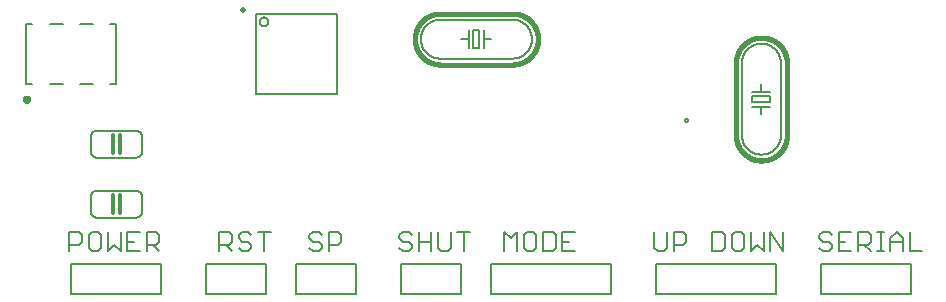
<source format=gto>
G75*
%MOIN*%
%OFA0B0*%
%FSLAX25Y25*%
%IPPOS*%
%LPD*%
%AMOC8*
5,1,8,0,0,1.08239X$1,22.5*
%
%ADD10C,0.00600*%
%ADD11C,0.00500*%
%ADD12C,0.01600*%
%ADD13C,0.02000*%
%ADD14C,0.01200*%
D10*
X0021600Y0022488D02*
X0021600Y0028894D01*
X0024803Y0028894D01*
X0025870Y0027826D01*
X0025870Y0025691D01*
X0024803Y0024623D01*
X0021600Y0024623D01*
X0028045Y0023556D02*
X0029113Y0022488D01*
X0031248Y0022488D01*
X0032316Y0023556D01*
X0032316Y0027826D01*
X0031248Y0028894D01*
X0029113Y0028894D01*
X0028045Y0027826D01*
X0028045Y0023556D01*
X0034491Y0022488D02*
X0034491Y0028894D01*
X0030800Y0033688D02*
X0043800Y0033688D01*
X0043887Y0033690D01*
X0043974Y0033696D01*
X0044061Y0033705D01*
X0044147Y0033718D01*
X0044233Y0033735D01*
X0044318Y0033756D01*
X0044401Y0033781D01*
X0044484Y0033809D01*
X0044565Y0033840D01*
X0044645Y0033875D01*
X0044723Y0033914D01*
X0044800Y0033956D01*
X0044875Y0034001D01*
X0044947Y0034050D01*
X0045018Y0034101D01*
X0045086Y0034156D01*
X0045151Y0034213D01*
X0045214Y0034274D01*
X0045275Y0034337D01*
X0045332Y0034402D01*
X0045387Y0034470D01*
X0045438Y0034541D01*
X0045487Y0034613D01*
X0045532Y0034688D01*
X0045574Y0034765D01*
X0045613Y0034843D01*
X0045648Y0034923D01*
X0045679Y0035004D01*
X0045707Y0035087D01*
X0045732Y0035170D01*
X0045753Y0035255D01*
X0045770Y0035341D01*
X0045783Y0035427D01*
X0045792Y0035514D01*
X0045798Y0035601D01*
X0045800Y0035688D01*
X0045800Y0040688D01*
X0045798Y0040775D01*
X0045792Y0040862D01*
X0045783Y0040949D01*
X0045770Y0041035D01*
X0045753Y0041121D01*
X0045732Y0041206D01*
X0045707Y0041289D01*
X0045679Y0041372D01*
X0045648Y0041453D01*
X0045613Y0041533D01*
X0045574Y0041611D01*
X0045532Y0041688D01*
X0045487Y0041763D01*
X0045438Y0041835D01*
X0045387Y0041906D01*
X0045332Y0041974D01*
X0045275Y0042039D01*
X0045214Y0042102D01*
X0045151Y0042163D01*
X0045086Y0042220D01*
X0045018Y0042275D01*
X0044947Y0042326D01*
X0044875Y0042375D01*
X0044800Y0042420D01*
X0044723Y0042462D01*
X0044645Y0042501D01*
X0044565Y0042536D01*
X0044484Y0042567D01*
X0044401Y0042595D01*
X0044318Y0042620D01*
X0044233Y0042641D01*
X0044147Y0042658D01*
X0044061Y0042671D01*
X0043974Y0042680D01*
X0043887Y0042686D01*
X0043800Y0042688D01*
X0030800Y0042688D01*
X0030713Y0042686D01*
X0030626Y0042680D01*
X0030539Y0042671D01*
X0030453Y0042658D01*
X0030367Y0042641D01*
X0030282Y0042620D01*
X0030199Y0042595D01*
X0030116Y0042567D01*
X0030035Y0042536D01*
X0029955Y0042501D01*
X0029877Y0042462D01*
X0029800Y0042420D01*
X0029725Y0042375D01*
X0029653Y0042326D01*
X0029582Y0042275D01*
X0029514Y0042220D01*
X0029449Y0042163D01*
X0029386Y0042102D01*
X0029325Y0042039D01*
X0029268Y0041974D01*
X0029213Y0041906D01*
X0029162Y0041835D01*
X0029113Y0041763D01*
X0029068Y0041688D01*
X0029026Y0041611D01*
X0028987Y0041533D01*
X0028952Y0041453D01*
X0028921Y0041372D01*
X0028893Y0041289D01*
X0028868Y0041206D01*
X0028847Y0041121D01*
X0028830Y0041035D01*
X0028817Y0040949D01*
X0028808Y0040862D01*
X0028802Y0040775D01*
X0028800Y0040688D01*
X0028800Y0035688D01*
X0028802Y0035601D01*
X0028808Y0035514D01*
X0028817Y0035427D01*
X0028830Y0035341D01*
X0028847Y0035255D01*
X0028868Y0035170D01*
X0028893Y0035087D01*
X0028921Y0035004D01*
X0028952Y0034923D01*
X0028987Y0034843D01*
X0029026Y0034765D01*
X0029068Y0034688D01*
X0029113Y0034613D01*
X0029162Y0034541D01*
X0029213Y0034470D01*
X0029268Y0034402D01*
X0029325Y0034337D01*
X0029386Y0034274D01*
X0029449Y0034213D01*
X0029514Y0034156D01*
X0029582Y0034101D01*
X0029653Y0034050D01*
X0029725Y0034001D01*
X0029800Y0033956D01*
X0029877Y0033914D01*
X0029955Y0033875D01*
X0030035Y0033840D01*
X0030116Y0033809D01*
X0030199Y0033781D01*
X0030282Y0033756D01*
X0030367Y0033735D01*
X0030453Y0033718D01*
X0030539Y0033705D01*
X0030626Y0033696D01*
X0030713Y0033690D01*
X0030800Y0033688D01*
X0038761Y0028894D02*
X0038761Y0022488D01*
X0036626Y0024623D01*
X0034491Y0022488D01*
X0040936Y0022488D02*
X0040936Y0028894D01*
X0045207Y0028894D01*
X0047382Y0028894D02*
X0050585Y0028894D01*
X0051652Y0027826D01*
X0051652Y0025691D01*
X0050585Y0024623D01*
X0047382Y0024623D01*
X0047382Y0022488D02*
X0047382Y0028894D01*
X0043072Y0025691D02*
X0040936Y0025691D01*
X0040936Y0022488D02*
X0045207Y0022488D01*
X0049517Y0024623D02*
X0051652Y0022488D01*
X0071600Y0022488D02*
X0071600Y0028894D01*
X0074803Y0028894D01*
X0075870Y0027826D01*
X0075870Y0025691D01*
X0074803Y0024623D01*
X0071600Y0024623D01*
X0073735Y0024623D02*
X0075870Y0022488D01*
X0078045Y0023556D02*
X0079113Y0022488D01*
X0081248Y0022488D01*
X0082316Y0023556D01*
X0082316Y0024623D01*
X0081248Y0025691D01*
X0079113Y0025691D01*
X0078045Y0026759D01*
X0078045Y0027826D01*
X0079113Y0028894D01*
X0081248Y0028894D01*
X0082316Y0027826D01*
X0084491Y0028894D02*
X0088761Y0028894D01*
X0086626Y0028894D02*
X0086626Y0022488D01*
X0101600Y0023556D02*
X0102668Y0022488D01*
X0104803Y0022488D01*
X0105870Y0023556D01*
X0105870Y0024623D01*
X0104803Y0025691D01*
X0102668Y0025691D01*
X0101600Y0026759D01*
X0101600Y0027826D01*
X0102668Y0028894D01*
X0104803Y0028894D01*
X0105870Y0027826D01*
X0108045Y0028894D02*
X0108045Y0022488D01*
X0108045Y0024623D02*
X0111248Y0024623D01*
X0112316Y0025691D01*
X0112316Y0027826D01*
X0111248Y0028894D01*
X0108045Y0028894D01*
X0131600Y0027826D02*
X0131600Y0026759D01*
X0132668Y0025691D01*
X0134803Y0025691D01*
X0135870Y0024623D01*
X0135870Y0023556D01*
X0134803Y0022488D01*
X0132668Y0022488D01*
X0131600Y0023556D01*
X0131600Y0027826D02*
X0132668Y0028894D01*
X0134803Y0028894D01*
X0135870Y0027826D01*
X0138045Y0028894D02*
X0138045Y0022488D01*
X0138045Y0025691D02*
X0142316Y0025691D01*
X0144491Y0023556D02*
X0145559Y0022488D01*
X0147694Y0022488D01*
X0148761Y0023556D01*
X0148761Y0028894D01*
X0150936Y0028894D02*
X0155207Y0028894D01*
X0153072Y0028894D02*
X0153072Y0022488D01*
X0144491Y0023556D02*
X0144491Y0028894D01*
X0142316Y0028894D02*
X0142316Y0022488D01*
X0166600Y0022488D02*
X0166600Y0028894D01*
X0168735Y0026759D01*
X0170870Y0028894D01*
X0170870Y0022488D01*
X0173045Y0023556D02*
X0173045Y0027826D01*
X0174113Y0028894D01*
X0176248Y0028894D01*
X0177316Y0027826D01*
X0177316Y0023556D01*
X0176248Y0022488D01*
X0174113Y0022488D01*
X0173045Y0023556D01*
X0179491Y0022488D02*
X0179491Y0028894D01*
X0182694Y0028894D01*
X0183761Y0027826D01*
X0183761Y0023556D01*
X0182694Y0022488D01*
X0179491Y0022488D01*
X0185936Y0022488D02*
X0185936Y0028894D01*
X0190207Y0028894D01*
X0188072Y0025691D02*
X0185936Y0025691D01*
X0185936Y0022488D02*
X0190207Y0022488D01*
X0216600Y0023556D02*
X0217668Y0022488D01*
X0219803Y0022488D01*
X0220870Y0023556D01*
X0220870Y0028894D01*
X0223045Y0028894D02*
X0226248Y0028894D01*
X0227316Y0027826D01*
X0227316Y0025691D01*
X0226248Y0024623D01*
X0223045Y0024623D01*
X0223045Y0022488D02*
X0223045Y0028894D01*
X0216600Y0028894D02*
X0216600Y0023556D01*
X0235936Y0022488D02*
X0239139Y0022488D01*
X0240207Y0023556D01*
X0240207Y0027826D01*
X0239139Y0028894D01*
X0235936Y0028894D01*
X0235936Y0022488D01*
X0242382Y0023556D02*
X0243450Y0022488D01*
X0245585Y0022488D01*
X0246652Y0023556D01*
X0246652Y0027826D01*
X0245585Y0028894D01*
X0243450Y0028894D01*
X0242382Y0027826D01*
X0242382Y0023556D01*
X0248827Y0022488D02*
X0248827Y0028894D01*
X0253098Y0028894D02*
X0253098Y0022488D01*
X0250963Y0024623D01*
X0248827Y0022488D01*
X0255273Y0022488D02*
X0255273Y0028894D01*
X0259543Y0022488D01*
X0259543Y0028894D01*
X0271600Y0027826D02*
X0271600Y0026759D01*
X0272668Y0025691D01*
X0274803Y0025691D01*
X0275870Y0024623D01*
X0275870Y0023556D01*
X0274803Y0022488D01*
X0272668Y0022488D01*
X0271600Y0023556D01*
X0271600Y0027826D02*
X0272668Y0028894D01*
X0274803Y0028894D01*
X0275870Y0027826D01*
X0278045Y0028894D02*
X0278045Y0022488D01*
X0282316Y0022488D01*
X0284491Y0022488D02*
X0284491Y0028894D01*
X0287694Y0028894D01*
X0288761Y0027826D01*
X0288761Y0025691D01*
X0287694Y0024623D01*
X0284491Y0024623D01*
X0286626Y0024623D02*
X0288761Y0022488D01*
X0290936Y0022488D02*
X0293072Y0022488D01*
X0292004Y0022488D02*
X0292004Y0028894D01*
X0290936Y0028894D02*
X0293072Y0028894D01*
X0295233Y0026759D02*
X0297369Y0028894D01*
X0299504Y0026759D01*
X0299504Y0022488D01*
X0301679Y0022488D02*
X0305949Y0022488D01*
X0301679Y0022488D02*
X0301679Y0028894D01*
X0299504Y0025691D02*
X0295233Y0025691D01*
X0295233Y0026759D02*
X0295233Y0022488D01*
X0282316Y0028894D02*
X0278045Y0028894D01*
X0278045Y0025691D02*
X0280181Y0025691D01*
X0258800Y0061188D02*
X0258800Y0085188D01*
X0258798Y0085348D01*
X0258792Y0085507D01*
X0258782Y0085666D01*
X0258769Y0085825D01*
X0258751Y0085984D01*
X0258730Y0086142D01*
X0258704Y0086299D01*
X0258675Y0086456D01*
X0258642Y0086612D01*
X0258605Y0086767D01*
X0258565Y0086922D01*
X0258520Y0087075D01*
X0258472Y0087227D01*
X0258420Y0087378D01*
X0258364Y0087527D01*
X0258305Y0087675D01*
X0258242Y0087822D01*
X0258176Y0087967D01*
X0258106Y0088110D01*
X0258032Y0088252D01*
X0257956Y0088392D01*
X0257875Y0088530D01*
X0257792Y0088665D01*
X0257705Y0088799D01*
X0257614Y0088931D01*
X0257521Y0089060D01*
X0257424Y0089187D01*
X0257325Y0089312D01*
X0257222Y0089434D01*
X0257116Y0089553D01*
X0257008Y0089670D01*
X0256896Y0089784D01*
X0256782Y0089896D01*
X0256665Y0090004D01*
X0256546Y0090110D01*
X0256424Y0090213D01*
X0256299Y0090312D01*
X0256172Y0090409D01*
X0256043Y0090502D01*
X0255911Y0090593D01*
X0255777Y0090680D01*
X0255642Y0090763D01*
X0255504Y0090844D01*
X0255364Y0090920D01*
X0255222Y0090994D01*
X0255079Y0091064D01*
X0254934Y0091130D01*
X0254787Y0091193D01*
X0254639Y0091252D01*
X0254490Y0091308D01*
X0254339Y0091360D01*
X0254187Y0091408D01*
X0254034Y0091453D01*
X0253879Y0091493D01*
X0253724Y0091530D01*
X0253568Y0091563D01*
X0253411Y0091592D01*
X0253254Y0091618D01*
X0253096Y0091639D01*
X0252937Y0091657D01*
X0252778Y0091670D01*
X0252619Y0091680D01*
X0252460Y0091686D01*
X0252300Y0091688D01*
X0252140Y0091686D01*
X0251981Y0091680D01*
X0251822Y0091670D01*
X0251663Y0091657D01*
X0251504Y0091639D01*
X0251346Y0091618D01*
X0251189Y0091592D01*
X0251032Y0091563D01*
X0250876Y0091530D01*
X0250721Y0091493D01*
X0250566Y0091453D01*
X0250413Y0091408D01*
X0250261Y0091360D01*
X0250110Y0091308D01*
X0249961Y0091252D01*
X0249813Y0091193D01*
X0249666Y0091130D01*
X0249521Y0091064D01*
X0249378Y0090994D01*
X0249236Y0090920D01*
X0249096Y0090844D01*
X0248958Y0090763D01*
X0248823Y0090680D01*
X0248689Y0090593D01*
X0248557Y0090502D01*
X0248428Y0090409D01*
X0248301Y0090312D01*
X0248176Y0090213D01*
X0248054Y0090110D01*
X0247935Y0090004D01*
X0247818Y0089896D01*
X0247704Y0089784D01*
X0247592Y0089670D01*
X0247484Y0089553D01*
X0247378Y0089434D01*
X0247275Y0089312D01*
X0247176Y0089187D01*
X0247079Y0089060D01*
X0246986Y0088931D01*
X0246895Y0088799D01*
X0246808Y0088665D01*
X0246725Y0088530D01*
X0246644Y0088392D01*
X0246568Y0088252D01*
X0246494Y0088110D01*
X0246424Y0087967D01*
X0246358Y0087822D01*
X0246295Y0087675D01*
X0246236Y0087527D01*
X0246180Y0087378D01*
X0246128Y0087227D01*
X0246080Y0087075D01*
X0246035Y0086922D01*
X0245995Y0086767D01*
X0245958Y0086612D01*
X0245925Y0086456D01*
X0245896Y0086299D01*
X0245870Y0086142D01*
X0245849Y0085984D01*
X0245831Y0085825D01*
X0245818Y0085666D01*
X0245808Y0085507D01*
X0245802Y0085348D01*
X0245800Y0085188D01*
X0245800Y0061188D01*
X0245802Y0061028D01*
X0245808Y0060869D01*
X0245818Y0060710D01*
X0245831Y0060551D01*
X0245849Y0060392D01*
X0245870Y0060234D01*
X0245896Y0060077D01*
X0245925Y0059920D01*
X0245958Y0059764D01*
X0245995Y0059609D01*
X0246035Y0059454D01*
X0246080Y0059301D01*
X0246128Y0059149D01*
X0246180Y0058998D01*
X0246236Y0058849D01*
X0246295Y0058701D01*
X0246358Y0058554D01*
X0246424Y0058409D01*
X0246494Y0058266D01*
X0246568Y0058124D01*
X0246644Y0057984D01*
X0246725Y0057846D01*
X0246808Y0057711D01*
X0246895Y0057577D01*
X0246986Y0057445D01*
X0247079Y0057316D01*
X0247176Y0057189D01*
X0247275Y0057064D01*
X0247378Y0056942D01*
X0247484Y0056823D01*
X0247592Y0056706D01*
X0247704Y0056592D01*
X0247818Y0056480D01*
X0247935Y0056372D01*
X0248054Y0056266D01*
X0248176Y0056163D01*
X0248301Y0056064D01*
X0248428Y0055967D01*
X0248557Y0055874D01*
X0248689Y0055783D01*
X0248823Y0055696D01*
X0248958Y0055613D01*
X0249096Y0055532D01*
X0249236Y0055456D01*
X0249378Y0055382D01*
X0249521Y0055312D01*
X0249666Y0055246D01*
X0249813Y0055183D01*
X0249961Y0055124D01*
X0250110Y0055068D01*
X0250261Y0055016D01*
X0250413Y0054968D01*
X0250566Y0054923D01*
X0250721Y0054883D01*
X0250876Y0054846D01*
X0251032Y0054813D01*
X0251189Y0054784D01*
X0251346Y0054758D01*
X0251504Y0054737D01*
X0251663Y0054719D01*
X0251822Y0054706D01*
X0251981Y0054696D01*
X0252140Y0054690D01*
X0252300Y0054688D01*
X0252460Y0054690D01*
X0252619Y0054696D01*
X0252778Y0054706D01*
X0252937Y0054719D01*
X0253096Y0054737D01*
X0253254Y0054758D01*
X0253411Y0054784D01*
X0253568Y0054813D01*
X0253724Y0054846D01*
X0253879Y0054883D01*
X0254034Y0054923D01*
X0254187Y0054968D01*
X0254339Y0055016D01*
X0254490Y0055068D01*
X0254639Y0055124D01*
X0254787Y0055183D01*
X0254934Y0055246D01*
X0255079Y0055312D01*
X0255222Y0055382D01*
X0255364Y0055456D01*
X0255504Y0055532D01*
X0255642Y0055613D01*
X0255777Y0055696D01*
X0255911Y0055783D01*
X0256043Y0055874D01*
X0256172Y0055967D01*
X0256299Y0056064D01*
X0256424Y0056163D01*
X0256546Y0056266D01*
X0256665Y0056372D01*
X0256782Y0056480D01*
X0256896Y0056592D01*
X0257008Y0056706D01*
X0257116Y0056823D01*
X0257222Y0056942D01*
X0257325Y0057064D01*
X0257424Y0057189D01*
X0257521Y0057316D01*
X0257614Y0057445D01*
X0257705Y0057577D01*
X0257792Y0057711D01*
X0257875Y0057846D01*
X0257956Y0057984D01*
X0258032Y0058124D01*
X0258106Y0058266D01*
X0258176Y0058409D01*
X0258242Y0058554D01*
X0258305Y0058701D01*
X0258364Y0058849D01*
X0258420Y0058998D01*
X0258472Y0059149D01*
X0258520Y0059301D01*
X0258565Y0059454D01*
X0258605Y0059609D01*
X0258642Y0059764D01*
X0258675Y0059920D01*
X0258704Y0060077D01*
X0258730Y0060234D01*
X0258751Y0060392D01*
X0258769Y0060551D01*
X0258782Y0060710D01*
X0258792Y0060869D01*
X0258798Y0061028D01*
X0258800Y0061188D01*
X0252300Y0068188D02*
X0252300Y0070688D01*
X0249300Y0070688D01*
X0249300Y0072188D02*
X0249300Y0074188D01*
X0255300Y0074188D01*
X0255300Y0072188D01*
X0249300Y0072188D01*
X0252300Y0070688D02*
X0255300Y0070688D01*
X0255300Y0075688D02*
X0252300Y0075688D01*
X0252300Y0078188D01*
X0252300Y0075688D02*
X0249300Y0075688D01*
X0169300Y0086688D02*
X0145300Y0086688D01*
X0145140Y0086690D01*
X0144981Y0086696D01*
X0144822Y0086706D01*
X0144663Y0086719D01*
X0144504Y0086737D01*
X0144346Y0086758D01*
X0144189Y0086784D01*
X0144032Y0086813D01*
X0143876Y0086846D01*
X0143721Y0086883D01*
X0143566Y0086923D01*
X0143413Y0086968D01*
X0143261Y0087016D01*
X0143110Y0087068D01*
X0142961Y0087124D01*
X0142813Y0087183D01*
X0142666Y0087246D01*
X0142521Y0087312D01*
X0142378Y0087382D01*
X0142236Y0087456D01*
X0142096Y0087532D01*
X0141958Y0087613D01*
X0141823Y0087696D01*
X0141689Y0087783D01*
X0141557Y0087874D01*
X0141428Y0087967D01*
X0141301Y0088064D01*
X0141176Y0088163D01*
X0141054Y0088266D01*
X0140935Y0088372D01*
X0140818Y0088480D01*
X0140704Y0088592D01*
X0140592Y0088706D01*
X0140484Y0088823D01*
X0140378Y0088942D01*
X0140275Y0089064D01*
X0140176Y0089189D01*
X0140079Y0089316D01*
X0139986Y0089445D01*
X0139895Y0089577D01*
X0139808Y0089711D01*
X0139725Y0089846D01*
X0139644Y0089984D01*
X0139568Y0090124D01*
X0139494Y0090266D01*
X0139424Y0090409D01*
X0139358Y0090554D01*
X0139295Y0090701D01*
X0139236Y0090849D01*
X0139180Y0090998D01*
X0139128Y0091149D01*
X0139080Y0091301D01*
X0139035Y0091454D01*
X0138995Y0091609D01*
X0138958Y0091764D01*
X0138925Y0091920D01*
X0138896Y0092077D01*
X0138870Y0092234D01*
X0138849Y0092392D01*
X0138831Y0092551D01*
X0138818Y0092710D01*
X0138808Y0092869D01*
X0138802Y0093028D01*
X0138800Y0093188D01*
X0138802Y0093348D01*
X0138808Y0093507D01*
X0138818Y0093666D01*
X0138831Y0093825D01*
X0138849Y0093984D01*
X0138870Y0094142D01*
X0138896Y0094299D01*
X0138925Y0094456D01*
X0138958Y0094612D01*
X0138995Y0094767D01*
X0139035Y0094922D01*
X0139080Y0095075D01*
X0139128Y0095227D01*
X0139180Y0095378D01*
X0139236Y0095527D01*
X0139295Y0095675D01*
X0139358Y0095822D01*
X0139424Y0095967D01*
X0139494Y0096110D01*
X0139568Y0096252D01*
X0139644Y0096392D01*
X0139725Y0096530D01*
X0139808Y0096665D01*
X0139895Y0096799D01*
X0139986Y0096931D01*
X0140079Y0097060D01*
X0140176Y0097187D01*
X0140275Y0097312D01*
X0140378Y0097434D01*
X0140484Y0097553D01*
X0140592Y0097670D01*
X0140704Y0097784D01*
X0140818Y0097896D01*
X0140935Y0098004D01*
X0141054Y0098110D01*
X0141176Y0098213D01*
X0141301Y0098312D01*
X0141428Y0098409D01*
X0141557Y0098502D01*
X0141689Y0098593D01*
X0141823Y0098680D01*
X0141958Y0098763D01*
X0142096Y0098844D01*
X0142236Y0098920D01*
X0142378Y0098994D01*
X0142521Y0099064D01*
X0142666Y0099130D01*
X0142813Y0099193D01*
X0142961Y0099252D01*
X0143110Y0099308D01*
X0143261Y0099360D01*
X0143413Y0099408D01*
X0143566Y0099453D01*
X0143721Y0099493D01*
X0143876Y0099530D01*
X0144032Y0099563D01*
X0144189Y0099592D01*
X0144346Y0099618D01*
X0144504Y0099639D01*
X0144663Y0099657D01*
X0144822Y0099670D01*
X0144981Y0099680D01*
X0145140Y0099686D01*
X0145300Y0099688D01*
X0169300Y0099688D01*
X0169460Y0099686D01*
X0169619Y0099680D01*
X0169778Y0099670D01*
X0169937Y0099657D01*
X0170096Y0099639D01*
X0170254Y0099618D01*
X0170411Y0099592D01*
X0170568Y0099563D01*
X0170724Y0099530D01*
X0170879Y0099493D01*
X0171034Y0099453D01*
X0171187Y0099408D01*
X0171339Y0099360D01*
X0171490Y0099308D01*
X0171639Y0099252D01*
X0171787Y0099193D01*
X0171934Y0099130D01*
X0172079Y0099064D01*
X0172222Y0098994D01*
X0172364Y0098920D01*
X0172504Y0098844D01*
X0172642Y0098763D01*
X0172777Y0098680D01*
X0172911Y0098593D01*
X0173043Y0098502D01*
X0173172Y0098409D01*
X0173299Y0098312D01*
X0173424Y0098213D01*
X0173546Y0098110D01*
X0173665Y0098004D01*
X0173782Y0097896D01*
X0173896Y0097784D01*
X0174008Y0097670D01*
X0174116Y0097553D01*
X0174222Y0097434D01*
X0174325Y0097312D01*
X0174424Y0097187D01*
X0174521Y0097060D01*
X0174614Y0096931D01*
X0174705Y0096799D01*
X0174792Y0096665D01*
X0174875Y0096530D01*
X0174956Y0096392D01*
X0175032Y0096252D01*
X0175106Y0096110D01*
X0175176Y0095967D01*
X0175242Y0095822D01*
X0175305Y0095675D01*
X0175364Y0095527D01*
X0175420Y0095378D01*
X0175472Y0095227D01*
X0175520Y0095075D01*
X0175565Y0094922D01*
X0175605Y0094767D01*
X0175642Y0094612D01*
X0175675Y0094456D01*
X0175704Y0094299D01*
X0175730Y0094142D01*
X0175751Y0093984D01*
X0175769Y0093825D01*
X0175782Y0093666D01*
X0175792Y0093507D01*
X0175798Y0093348D01*
X0175800Y0093188D01*
X0175798Y0093028D01*
X0175792Y0092869D01*
X0175782Y0092710D01*
X0175769Y0092551D01*
X0175751Y0092392D01*
X0175730Y0092234D01*
X0175704Y0092077D01*
X0175675Y0091920D01*
X0175642Y0091764D01*
X0175605Y0091609D01*
X0175565Y0091454D01*
X0175520Y0091301D01*
X0175472Y0091149D01*
X0175420Y0090998D01*
X0175364Y0090849D01*
X0175305Y0090701D01*
X0175242Y0090554D01*
X0175176Y0090409D01*
X0175106Y0090266D01*
X0175032Y0090124D01*
X0174956Y0089984D01*
X0174875Y0089846D01*
X0174792Y0089711D01*
X0174705Y0089577D01*
X0174614Y0089445D01*
X0174521Y0089316D01*
X0174424Y0089189D01*
X0174325Y0089064D01*
X0174222Y0088942D01*
X0174116Y0088823D01*
X0174008Y0088706D01*
X0173896Y0088592D01*
X0173782Y0088480D01*
X0173665Y0088372D01*
X0173546Y0088266D01*
X0173424Y0088163D01*
X0173299Y0088064D01*
X0173172Y0087967D01*
X0173043Y0087874D01*
X0172911Y0087783D01*
X0172777Y0087696D01*
X0172642Y0087613D01*
X0172504Y0087532D01*
X0172364Y0087456D01*
X0172222Y0087382D01*
X0172079Y0087312D01*
X0171934Y0087246D01*
X0171787Y0087183D01*
X0171639Y0087124D01*
X0171490Y0087068D01*
X0171339Y0087016D01*
X0171187Y0086968D01*
X0171034Y0086923D01*
X0170879Y0086883D01*
X0170724Y0086846D01*
X0170568Y0086813D01*
X0170411Y0086784D01*
X0170254Y0086758D01*
X0170096Y0086737D01*
X0169937Y0086719D01*
X0169778Y0086706D01*
X0169619Y0086696D01*
X0169460Y0086690D01*
X0169300Y0086688D01*
X0162300Y0093188D02*
X0159800Y0093188D01*
X0159800Y0096188D01*
X0158300Y0096188D02*
X0158300Y0090188D01*
X0156300Y0090188D01*
X0156300Y0096188D01*
X0158300Y0096188D01*
X0159800Y0093188D02*
X0159800Y0090188D01*
X0154800Y0090188D02*
X0154800Y0093188D01*
X0152300Y0093188D01*
X0154800Y0093188D02*
X0154800Y0096188D01*
X0110686Y0101574D02*
X0110686Y0074802D01*
X0083914Y0074802D01*
X0083914Y0101574D01*
X0110686Y0101574D01*
X0085086Y0098988D02*
X0085088Y0099063D01*
X0085094Y0099137D01*
X0085104Y0099211D01*
X0085117Y0099284D01*
X0085135Y0099357D01*
X0085156Y0099428D01*
X0085181Y0099499D01*
X0085210Y0099568D01*
X0085243Y0099635D01*
X0085279Y0099700D01*
X0085318Y0099764D01*
X0085360Y0099825D01*
X0085406Y0099884D01*
X0085455Y0099941D01*
X0085507Y0099994D01*
X0085561Y0100045D01*
X0085618Y0100094D01*
X0085678Y0100138D01*
X0085740Y0100180D01*
X0085804Y0100219D01*
X0085870Y0100254D01*
X0085937Y0100285D01*
X0086007Y0100313D01*
X0086077Y0100337D01*
X0086149Y0100358D01*
X0086222Y0100374D01*
X0086295Y0100387D01*
X0086370Y0100396D01*
X0086444Y0100401D01*
X0086519Y0100402D01*
X0086593Y0100399D01*
X0086668Y0100392D01*
X0086741Y0100381D01*
X0086815Y0100367D01*
X0086887Y0100348D01*
X0086958Y0100326D01*
X0087028Y0100300D01*
X0087097Y0100270D01*
X0087163Y0100237D01*
X0087228Y0100200D01*
X0087291Y0100160D01*
X0087352Y0100116D01*
X0087410Y0100070D01*
X0087466Y0100020D01*
X0087519Y0099968D01*
X0087570Y0099913D01*
X0087617Y0099855D01*
X0087661Y0099795D01*
X0087702Y0099732D01*
X0087740Y0099668D01*
X0087774Y0099602D01*
X0087805Y0099533D01*
X0087832Y0099464D01*
X0087855Y0099393D01*
X0087874Y0099321D01*
X0087890Y0099248D01*
X0087902Y0099174D01*
X0087910Y0099100D01*
X0087914Y0099025D01*
X0087914Y0098951D01*
X0087910Y0098876D01*
X0087902Y0098802D01*
X0087890Y0098728D01*
X0087874Y0098655D01*
X0087855Y0098583D01*
X0087832Y0098512D01*
X0087805Y0098443D01*
X0087774Y0098374D01*
X0087740Y0098308D01*
X0087702Y0098244D01*
X0087661Y0098181D01*
X0087617Y0098121D01*
X0087570Y0098063D01*
X0087519Y0098008D01*
X0087466Y0097956D01*
X0087410Y0097906D01*
X0087352Y0097860D01*
X0087291Y0097816D01*
X0087228Y0097776D01*
X0087163Y0097739D01*
X0087097Y0097706D01*
X0087028Y0097676D01*
X0086958Y0097650D01*
X0086887Y0097628D01*
X0086815Y0097609D01*
X0086741Y0097595D01*
X0086668Y0097584D01*
X0086593Y0097577D01*
X0086519Y0097574D01*
X0086444Y0097575D01*
X0086370Y0097580D01*
X0086295Y0097589D01*
X0086222Y0097602D01*
X0086149Y0097618D01*
X0086077Y0097639D01*
X0086007Y0097663D01*
X0085937Y0097691D01*
X0085870Y0097722D01*
X0085804Y0097757D01*
X0085740Y0097796D01*
X0085678Y0097838D01*
X0085618Y0097882D01*
X0085561Y0097931D01*
X0085507Y0097982D01*
X0085455Y0098035D01*
X0085406Y0098092D01*
X0085360Y0098151D01*
X0085318Y0098212D01*
X0085279Y0098276D01*
X0085243Y0098341D01*
X0085210Y0098408D01*
X0085181Y0098477D01*
X0085156Y0098548D01*
X0085135Y0098619D01*
X0085117Y0098692D01*
X0085104Y0098765D01*
X0085094Y0098839D01*
X0085088Y0098913D01*
X0085086Y0098988D01*
X0045800Y0060688D02*
X0045800Y0055688D01*
X0045798Y0055601D01*
X0045792Y0055514D01*
X0045783Y0055427D01*
X0045770Y0055341D01*
X0045753Y0055255D01*
X0045732Y0055170D01*
X0045707Y0055087D01*
X0045679Y0055004D01*
X0045648Y0054923D01*
X0045613Y0054843D01*
X0045574Y0054765D01*
X0045532Y0054688D01*
X0045487Y0054613D01*
X0045438Y0054541D01*
X0045387Y0054470D01*
X0045332Y0054402D01*
X0045275Y0054337D01*
X0045214Y0054274D01*
X0045151Y0054213D01*
X0045086Y0054156D01*
X0045018Y0054101D01*
X0044947Y0054050D01*
X0044875Y0054001D01*
X0044800Y0053956D01*
X0044723Y0053914D01*
X0044645Y0053875D01*
X0044565Y0053840D01*
X0044484Y0053809D01*
X0044401Y0053781D01*
X0044318Y0053756D01*
X0044233Y0053735D01*
X0044147Y0053718D01*
X0044061Y0053705D01*
X0043974Y0053696D01*
X0043887Y0053690D01*
X0043800Y0053688D01*
X0030800Y0053688D01*
X0030713Y0053690D01*
X0030626Y0053696D01*
X0030539Y0053705D01*
X0030453Y0053718D01*
X0030367Y0053735D01*
X0030282Y0053756D01*
X0030199Y0053781D01*
X0030116Y0053809D01*
X0030035Y0053840D01*
X0029955Y0053875D01*
X0029877Y0053914D01*
X0029800Y0053956D01*
X0029725Y0054001D01*
X0029653Y0054050D01*
X0029582Y0054101D01*
X0029514Y0054156D01*
X0029449Y0054213D01*
X0029386Y0054274D01*
X0029325Y0054337D01*
X0029268Y0054402D01*
X0029213Y0054470D01*
X0029162Y0054541D01*
X0029113Y0054613D01*
X0029068Y0054688D01*
X0029026Y0054765D01*
X0028987Y0054843D01*
X0028952Y0054923D01*
X0028921Y0055004D01*
X0028893Y0055087D01*
X0028868Y0055170D01*
X0028847Y0055255D01*
X0028830Y0055341D01*
X0028817Y0055427D01*
X0028808Y0055514D01*
X0028802Y0055601D01*
X0028800Y0055688D01*
X0028800Y0060688D01*
X0028802Y0060775D01*
X0028808Y0060862D01*
X0028817Y0060949D01*
X0028830Y0061035D01*
X0028847Y0061121D01*
X0028868Y0061206D01*
X0028893Y0061289D01*
X0028921Y0061372D01*
X0028952Y0061453D01*
X0028987Y0061533D01*
X0029026Y0061611D01*
X0029068Y0061688D01*
X0029113Y0061763D01*
X0029162Y0061835D01*
X0029213Y0061906D01*
X0029268Y0061974D01*
X0029325Y0062039D01*
X0029386Y0062102D01*
X0029449Y0062163D01*
X0029514Y0062220D01*
X0029582Y0062275D01*
X0029653Y0062326D01*
X0029725Y0062375D01*
X0029800Y0062420D01*
X0029877Y0062462D01*
X0029955Y0062501D01*
X0030035Y0062536D01*
X0030116Y0062567D01*
X0030199Y0062595D01*
X0030282Y0062620D01*
X0030367Y0062641D01*
X0030453Y0062658D01*
X0030539Y0062671D01*
X0030626Y0062680D01*
X0030713Y0062686D01*
X0030800Y0062688D01*
X0043800Y0062688D01*
X0043887Y0062686D01*
X0043974Y0062680D01*
X0044061Y0062671D01*
X0044147Y0062658D01*
X0044233Y0062641D01*
X0044318Y0062620D01*
X0044401Y0062595D01*
X0044484Y0062567D01*
X0044565Y0062536D01*
X0044645Y0062501D01*
X0044723Y0062462D01*
X0044800Y0062420D01*
X0044875Y0062375D01*
X0044947Y0062326D01*
X0045018Y0062275D01*
X0045086Y0062220D01*
X0045151Y0062163D01*
X0045214Y0062102D01*
X0045275Y0062039D01*
X0045332Y0061974D01*
X0045387Y0061906D01*
X0045438Y0061835D01*
X0045487Y0061763D01*
X0045532Y0061688D01*
X0045574Y0061611D01*
X0045613Y0061533D01*
X0045648Y0061453D01*
X0045679Y0061372D01*
X0045707Y0061289D01*
X0045732Y0061206D01*
X0045753Y0061121D01*
X0045770Y0061035D01*
X0045783Y0060949D01*
X0045792Y0060862D01*
X0045798Y0060775D01*
X0045800Y0060688D01*
D11*
X0037300Y0078188D02*
X0035174Y0078188D01*
X0037300Y0078188D02*
X0037300Y0098188D01*
X0035174Y0098188D01*
X0029505Y0098188D02*
X0025095Y0098188D01*
X0019426Y0098188D02*
X0015056Y0098188D01*
X0009072Y0098188D02*
X0007300Y0098188D01*
X0007300Y0078188D01*
X0008993Y0078188D01*
X0015095Y0078188D02*
X0019505Y0078188D01*
X0025095Y0078188D02*
X0029544Y0078188D01*
X0022300Y0018188D02*
X0022300Y0008188D01*
X0052300Y0008188D01*
X0052300Y0018188D01*
X0022300Y0018188D01*
X0067300Y0018188D02*
X0067300Y0008188D01*
X0087300Y0008188D01*
X0087300Y0018188D01*
X0067300Y0018188D01*
X0097300Y0018188D02*
X0097300Y0008188D01*
X0117300Y0008188D01*
X0117300Y0018188D01*
X0097300Y0018188D01*
X0132300Y0018188D02*
X0132300Y0008188D01*
X0152300Y0008188D01*
X0152300Y0018188D01*
X0132300Y0018188D01*
X0162300Y0018188D02*
X0162300Y0008188D01*
X0202300Y0008188D01*
X0202300Y0018188D01*
X0162300Y0018188D01*
X0217300Y0018188D02*
X0217300Y0008188D01*
X0257300Y0008188D01*
X0257300Y0018188D01*
X0217300Y0018188D01*
X0226800Y0066188D02*
X0226802Y0066232D01*
X0226808Y0066276D01*
X0226818Y0066319D01*
X0226831Y0066361D01*
X0226848Y0066402D01*
X0226869Y0066441D01*
X0226893Y0066478D01*
X0226920Y0066513D01*
X0226950Y0066545D01*
X0226983Y0066575D01*
X0227019Y0066601D01*
X0227056Y0066625D01*
X0227096Y0066644D01*
X0227137Y0066661D01*
X0227180Y0066673D01*
X0227223Y0066682D01*
X0227267Y0066687D01*
X0227311Y0066688D01*
X0227355Y0066685D01*
X0227399Y0066678D01*
X0227442Y0066667D01*
X0227484Y0066653D01*
X0227524Y0066635D01*
X0227563Y0066613D01*
X0227599Y0066589D01*
X0227633Y0066561D01*
X0227665Y0066530D01*
X0227694Y0066496D01*
X0227720Y0066460D01*
X0227742Y0066422D01*
X0227761Y0066382D01*
X0227776Y0066340D01*
X0227788Y0066298D01*
X0227796Y0066254D01*
X0227800Y0066210D01*
X0227800Y0066166D01*
X0227796Y0066122D01*
X0227788Y0066078D01*
X0227776Y0066036D01*
X0227761Y0065994D01*
X0227742Y0065954D01*
X0227720Y0065916D01*
X0227694Y0065880D01*
X0227665Y0065846D01*
X0227633Y0065815D01*
X0227599Y0065787D01*
X0227563Y0065763D01*
X0227524Y0065741D01*
X0227484Y0065723D01*
X0227442Y0065709D01*
X0227399Y0065698D01*
X0227355Y0065691D01*
X0227311Y0065688D01*
X0227267Y0065689D01*
X0227223Y0065694D01*
X0227180Y0065703D01*
X0227137Y0065715D01*
X0227096Y0065732D01*
X0227056Y0065751D01*
X0227019Y0065775D01*
X0226983Y0065801D01*
X0226950Y0065831D01*
X0226920Y0065863D01*
X0226893Y0065898D01*
X0226869Y0065935D01*
X0226848Y0065974D01*
X0226831Y0066015D01*
X0226818Y0066057D01*
X0226808Y0066100D01*
X0226802Y0066144D01*
X0226800Y0066188D01*
X0272300Y0018188D02*
X0272300Y0008188D01*
X0302300Y0008188D01*
X0302300Y0018188D01*
X0272300Y0018188D01*
D12*
X0260800Y0061188D02*
X0260800Y0085188D01*
X0260797Y0085395D01*
X0260790Y0085602D01*
X0260777Y0085808D01*
X0260760Y0086015D01*
X0260737Y0086220D01*
X0260709Y0086426D01*
X0260677Y0086630D01*
X0260639Y0086834D01*
X0260597Y0087036D01*
X0260549Y0087238D01*
X0260497Y0087438D01*
X0260440Y0087637D01*
X0260378Y0087834D01*
X0260311Y0088030D01*
X0260239Y0088224D01*
X0260163Y0088417D01*
X0260082Y0088607D01*
X0259996Y0088796D01*
X0259906Y0088982D01*
X0259812Y0089166D01*
X0259712Y0089348D01*
X0259609Y0089527D01*
X0259501Y0089704D01*
X0259389Y0089878D01*
X0259273Y0090049D01*
X0259152Y0090218D01*
X0259028Y0090383D01*
X0258899Y0090545D01*
X0258767Y0090704D01*
X0258631Y0090860D01*
X0258491Y0091013D01*
X0258347Y0091162D01*
X0258200Y0091307D01*
X0258049Y0091449D01*
X0257895Y0091587D01*
X0257737Y0091722D01*
X0257577Y0091852D01*
X0257413Y0091978D01*
X0257246Y0092101D01*
X0257076Y0092219D01*
X0256903Y0092334D01*
X0256728Y0092444D01*
X0256550Y0092549D01*
X0256369Y0092651D01*
X0256187Y0092747D01*
X0256001Y0092840D01*
X0255814Y0092928D01*
X0255624Y0093011D01*
X0255433Y0093090D01*
X0255240Y0093164D01*
X0255044Y0093233D01*
X0254848Y0093297D01*
X0254650Y0093357D01*
X0254450Y0093412D01*
X0254249Y0093462D01*
X0254047Y0093507D01*
X0253844Y0093547D01*
X0253640Y0093582D01*
X0253435Y0093612D01*
X0253230Y0093637D01*
X0253024Y0093657D01*
X0252817Y0093672D01*
X0252610Y0093682D01*
X0252403Y0093687D01*
X0252197Y0093687D01*
X0251990Y0093682D01*
X0251783Y0093672D01*
X0251576Y0093657D01*
X0251370Y0093637D01*
X0251165Y0093612D01*
X0250960Y0093582D01*
X0250756Y0093547D01*
X0250553Y0093507D01*
X0250351Y0093462D01*
X0250150Y0093412D01*
X0249950Y0093357D01*
X0249752Y0093297D01*
X0249556Y0093233D01*
X0249360Y0093164D01*
X0249167Y0093090D01*
X0248976Y0093011D01*
X0248786Y0092928D01*
X0248599Y0092840D01*
X0248413Y0092747D01*
X0248231Y0092651D01*
X0248050Y0092549D01*
X0247872Y0092444D01*
X0247697Y0092334D01*
X0247524Y0092219D01*
X0247354Y0092101D01*
X0247187Y0091978D01*
X0247023Y0091852D01*
X0246863Y0091722D01*
X0246705Y0091587D01*
X0246551Y0091449D01*
X0246400Y0091307D01*
X0246253Y0091162D01*
X0246109Y0091013D01*
X0245969Y0090860D01*
X0245833Y0090704D01*
X0245701Y0090545D01*
X0245572Y0090383D01*
X0245448Y0090218D01*
X0245327Y0090049D01*
X0245211Y0089878D01*
X0245099Y0089704D01*
X0244991Y0089527D01*
X0244888Y0089348D01*
X0244788Y0089166D01*
X0244694Y0088982D01*
X0244604Y0088796D01*
X0244518Y0088607D01*
X0244437Y0088417D01*
X0244361Y0088224D01*
X0244289Y0088030D01*
X0244222Y0087834D01*
X0244160Y0087637D01*
X0244103Y0087438D01*
X0244051Y0087238D01*
X0244003Y0087036D01*
X0243961Y0086834D01*
X0243923Y0086630D01*
X0243891Y0086426D01*
X0243863Y0086220D01*
X0243840Y0086015D01*
X0243823Y0085808D01*
X0243810Y0085602D01*
X0243803Y0085395D01*
X0243800Y0085188D01*
X0243800Y0061188D01*
X0243803Y0060981D01*
X0243810Y0060774D01*
X0243823Y0060568D01*
X0243840Y0060361D01*
X0243863Y0060156D01*
X0243891Y0059950D01*
X0243923Y0059746D01*
X0243961Y0059542D01*
X0244003Y0059340D01*
X0244051Y0059138D01*
X0244103Y0058938D01*
X0244160Y0058739D01*
X0244222Y0058542D01*
X0244289Y0058346D01*
X0244361Y0058152D01*
X0244437Y0057959D01*
X0244518Y0057769D01*
X0244604Y0057580D01*
X0244694Y0057394D01*
X0244788Y0057210D01*
X0244888Y0057028D01*
X0244991Y0056849D01*
X0245099Y0056672D01*
X0245211Y0056498D01*
X0245327Y0056327D01*
X0245448Y0056158D01*
X0245572Y0055993D01*
X0245701Y0055831D01*
X0245833Y0055672D01*
X0245969Y0055516D01*
X0246109Y0055363D01*
X0246253Y0055214D01*
X0246400Y0055069D01*
X0246551Y0054927D01*
X0246705Y0054789D01*
X0246863Y0054654D01*
X0247023Y0054524D01*
X0247187Y0054398D01*
X0247354Y0054275D01*
X0247524Y0054157D01*
X0247697Y0054042D01*
X0247872Y0053932D01*
X0248050Y0053827D01*
X0248231Y0053725D01*
X0248413Y0053629D01*
X0248599Y0053536D01*
X0248786Y0053448D01*
X0248976Y0053365D01*
X0249167Y0053286D01*
X0249360Y0053212D01*
X0249556Y0053143D01*
X0249752Y0053079D01*
X0249950Y0053019D01*
X0250150Y0052964D01*
X0250351Y0052914D01*
X0250553Y0052869D01*
X0250756Y0052829D01*
X0250960Y0052794D01*
X0251165Y0052764D01*
X0251370Y0052739D01*
X0251576Y0052719D01*
X0251783Y0052704D01*
X0251990Y0052694D01*
X0252197Y0052689D01*
X0252403Y0052689D01*
X0252610Y0052694D01*
X0252817Y0052704D01*
X0253024Y0052719D01*
X0253230Y0052739D01*
X0253435Y0052764D01*
X0253640Y0052794D01*
X0253844Y0052829D01*
X0254047Y0052869D01*
X0254249Y0052914D01*
X0254450Y0052964D01*
X0254650Y0053019D01*
X0254848Y0053079D01*
X0255044Y0053143D01*
X0255240Y0053212D01*
X0255433Y0053286D01*
X0255624Y0053365D01*
X0255814Y0053448D01*
X0256001Y0053536D01*
X0256187Y0053629D01*
X0256369Y0053725D01*
X0256550Y0053827D01*
X0256728Y0053932D01*
X0256903Y0054042D01*
X0257076Y0054157D01*
X0257246Y0054275D01*
X0257413Y0054398D01*
X0257577Y0054524D01*
X0257737Y0054654D01*
X0257895Y0054789D01*
X0258049Y0054927D01*
X0258200Y0055069D01*
X0258347Y0055214D01*
X0258491Y0055363D01*
X0258631Y0055516D01*
X0258767Y0055672D01*
X0258899Y0055831D01*
X0259028Y0055993D01*
X0259152Y0056158D01*
X0259273Y0056327D01*
X0259389Y0056498D01*
X0259501Y0056672D01*
X0259609Y0056849D01*
X0259712Y0057028D01*
X0259812Y0057210D01*
X0259906Y0057394D01*
X0259996Y0057580D01*
X0260082Y0057769D01*
X0260163Y0057959D01*
X0260239Y0058152D01*
X0260311Y0058346D01*
X0260378Y0058542D01*
X0260440Y0058739D01*
X0260497Y0058938D01*
X0260549Y0059138D01*
X0260597Y0059340D01*
X0260639Y0059542D01*
X0260677Y0059746D01*
X0260709Y0059950D01*
X0260737Y0060156D01*
X0260760Y0060361D01*
X0260777Y0060568D01*
X0260790Y0060774D01*
X0260797Y0060981D01*
X0260800Y0061188D01*
X0169300Y0084688D02*
X0145300Y0084688D01*
X0145093Y0084691D01*
X0144886Y0084698D01*
X0144680Y0084711D01*
X0144473Y0084728D01*
X0144268Y0084751D01*
X0144062Y0084779D01*
X0143858Y0084811D01*
X0143654Y0084849D01*
X0143452Y0084891D01*
X0143250Y0084939D01*
X0143050Y0084991D01*
X0142851Y0085048D01*
X0142654Y0085110D01*
X0142458Y0085177D01*
X0142264Y0085249D01*
X0142071Y0085325D01*
X0141881Y0085406D01*
X0141692Y0085492D01*
X0141506Y0085582D01*
X0141322Y0085676D01*
X0141140Y0085776D01*
X0140961Y0085879D01*
X0140784Y0085987D01*
X0140610Y0086099D01*
X0140439Y0086215D01*
X0140270Y0086336D01*
X0140105Y0086460D01*
X0139943Y0086589D01*
X0139784Y0086721D01*
X0139628Y0086857D01*
X0139475Y0086997D01*
X0139326Y0087141D01*
X0139181Y0087288D01*
X0139039Y0087439D01*
X0138901Y0087593D01*
X0138766Y0087751D01*
X0138636Y0087911D01*
X0138510Y0088075D01*
X0138387Y0088242D01*
X0138269Y0088412D01*
X0138154Y0088585D01*
X0138044Y0088760D01*
X0137939Y0088938D01*
X0137837Y0089119D01*
X0137741Y0089301D01*
X0137648Y0089487D01*
X0137560Y0089674D01*
X0137477Y0089864D01*
X0137398Y0090055D01*
X0137324Y0090248D01*
X0137255Y0090444D01*
X0137191Y0090640D01*
X0137131Y0090838D01*
X0137076Y0091038D01*
X0137026Y0091239D01*
X0136981Y0091441D01*
X0136941Y0091644D01*
X0136906Y0091848D01*
X0136876Y0092053D01*
X0136851Y0092258D01*
X0136831Y0092464D01*
X0136816Y0092671D01*
X0136806Y0092878D01*
X0136801Y0093085D01*
X0136801Y0093291D01*
X0136806Y0093498D01*
X0136816Y0093705D01*
X0136831Y0093912D01*
X0136851Y0094118D01*
X0136876Y0094323D01*
X0136906Y0094528D01*
X0136941Y0094732D01*
X0136981Y0094935D01*
X0137026Y0095137D01*
X0137076Y0095338D01*
X0137131Y0095538D01*
X0137191Y0095736D01*
X0137255Y0095932D01*
X0137324Y0096128D01*
X0137398Y0096321D01*
X0137477Y0096512D01*
X0137560Y0096702D01*
X0137648Y0096889D01*
X0137741Y0097075D01*
X0137837Y0097257D01*
X0137939Y0097438D01*
X0138044Y0097616D01*
X0138154Y0097791D01*
X0138269Y0097964D01*
X0138387Y0098134D01*
X0138510Y0098301D01*
X0138636Y0098465D01*
X0138766Y0098625D01*
X0138901Y0098783D01*
X0139039Y0098937D01*
X0139181Y0099088D01*
X0139326Y0099235D01*
X0139475Y0099379D01*
X0139628Y0099519D01*
X0139784Y0099655D01*
X0139943Y0099787D01*
X0140105Y0099916D01*
X0140270Y0100040D01*
X0140439Y0100161D01*
X0140610Y0100277D01*
X0140784Y0100389D01*
X0140961Y0100497D01*
X0141140Y0100600D01*
X0141322Y0100700D01*
X0141506Y0100794D01*
X0141692Y0100884D01*
X0141881Y0100970D01*
X0142071Y0101051D01*
X0142264Y0101127D01*
X0142458Y0101199D01*
X0142654Y0101266D01*
X0142851Y0101328D01*
X0143050Y0101385D01*
X0143250Y0101437D01*
X0143452Y0101485D01*
X0143654Y0101527D01*
X0143858Y0101565D01*
X0144062Y0101597D01*
X0144268Y0101625D01*
X0144473Y0101648D01*
X0144680Y0101665D01*
X0144886Y0101678D01*
X0145093Y0101685D01*
X0145300Y0101688D01*
X0169300Y0101688D01*
X0169507Y0101685D01*
X0169714Y0101678D01*
X0169920Y0101665D01*
X0170127Y0101648D01*
X0170332Y0101625D01*
X0170538Y0101597D01*
X0170742Y0101565D01*
X0170946Y0101527D01*
X0171148Y0101485D01*
X0171350Y0101437D01*
X0171550Y0101385D01*
X0171749Y0101328D01*
X0171946Y0101266D01*
X0172142Y0101199D01*
X0172336Y0101127D01*
X0172529Y0101051D01*
X0172719Y0100970D01*
X0172908Y0100884D01*
X0173094Y0100794D01*
X0173278Y0100700D01*
X0173460Y0100600D01*
X0173639Y0100497D01*
X0173816Y0100389D01*
X0173990Y0100277D01*
X0174161Y0100161D01*
X0174330Y0100040D01*
X0174495Y0099916D01*
X0174657Y0099787D01*
X0174816Y0099655D01*
X0174972Y0099519D01*
X0175125Y0099379D01*
X0175274Y0099235D01*
X0175419Y0099088D01*
X0175561Y0098937D01*
X0175699Y0098783D01*
X0175834Y0098625D01*
X0175964Y0098465D01*
X0176090Y0098301D01*
X0176213Y0098134D01*
X0176331Y0097964D01*
X0176446Y0097791D01*
X0176556Y0097616D01*
X0176661Y0097438D01*
X0176763Y0097257D01*
X0176859Y0097075D01*
X0176952Y0096889D01*
X0177040Y0096702D01*
X0177123Y0096512D01*
X0177202Y0096321D01*
X0177276Y0096128D01*
X0177345Y0095932D01*
X0177409Y0095736D01*
X0177469Y0095538D01*
X0177524Y0095338D01*
X0177574Y0095137D01*
X0177619Y0094935D01*
X0177659Y0094732D01*
X0177694Y0094528D01*
X0177724Y0094323D01*
X0177749Y0094118D01*
X0177769Y0093912D01*
X0177784Y0093705D01*
X0177794Y0093498D01*
X0177799Y0093291D01*
X0177799Y0093085D01*
X0177794Y0092878D01*
X0177784Y0092671D01*
X0177769Y0092464D01*
X0177749Y0092258D01*
X0177724Y0092053D01*
X0177694Y0091848D01*
X0177659Y0091644D01*
X0177619Y0091441D01*
X0177574Y0091239D01*
X0177524Y0091038D01*
X0177469Y0090838D01*
X0177409Y0090640D01*
X0177345Y0090444D01*
X0177276Y0090248D01*
X0177202Y0090055D01*
X0177123Y0089864D01*
X0177040Y0089674D01*
X0176952Y0089487D01*
X0176859Y0089301D01*
X0176763Y0089119D01*
X0176661Y0088938D01*
X0176556Y0088760D01*
X0176446Y0088585D01*
X0176331Y0088412D01*
X0176213Y0088242D01*
X0176090Y0088075D01*
X0175964Y0087911D01*
X0175834Y0087751D01*
X0175699Y0087593D01*
X0175561Y0087439D01*
X0175419Y0087288D01*
X0175274Y0087141D01*
X0175125Y0086997D01*
X0174972Y0086857D01*
X0174816Y0086721D01*
X0174657Y0086589D01*
X0174495Y0086460D01*
X0174330Y0086336D01*
X0174161Y0086215D01*
X0173990Y0086099D01*
X0173816Y0085987D01*
X0173639Y0085879D01*
X0173460Y0085776D01*
X0173278Y0085676D01*
X0173094Y0085582D01*
X0172908Y0085492D01*
X0172719Y0085406D01*
X0172529Y0085325D01*
X0172336Y0085249D01*
X0172142Y0085177D01*
X0171946Y0085110D01*
X0171749Y0085048D01*
X0171550Y0084991D01*
X0171350Y0084939D01*
X0171148Y0084891D01*
X0170946Y0084849D01*
X0170742Y0084811D01*
X0170538Y0084779D01*
X0170332Y0084751D01*
X0170127Y0084728D01*
X0169920Y0084711D01*
X0169714Y0084698D01*
X0169507Y0084691D01*
X0169300Y0084688D01*
X0006800Y0073188D02*
X0006802Y0073232D01*
X0006808Y0073276D01*
X0006818Y0073319D01*
X0006831Y0073361D01*
X0006848Y0073402D01*
X0006869Y0073441D01*
X0006893Y0073478D01*
X0006920Y0073513D01*
X0006950Y0073545D01*
X0006983Y0073575D01*
X0007019Y0073601D01*
X0007056Y0073625D01*
X0007096Y0073644D01*
X0007137Y0073661D01*
X0007180Y0073673D01*
X0007223Y0073682D01*
X0007267Y0073687D01*
X0007311Y0073688D01*
X0007355Y0073685D01*
X0007399Y0073678D01*
X0007442Y0073667D01*
X0007484Y0073653D01*
X0007524Y0073635D01*
X0007563Y0073613D01*
X0007599Y0073589D01*
X0007633Y0073561D01*
X0007665Y0073530D01*
X0007694Y0073496D01*
X0007720Y0073460D01*
X0007742Y0073422D01*
X0007761Y0073382D01*
X0007776Y0073340D01*
X0007788Y0073298D01*
X0007796Y0073254D01*
X0007800Y0073210D01*
X0007800Y0073166D01*
X0007796Y0073122D01*
X0007788Y0073078D01*
X0007776Y0073036D01*
X0007761Y0072994D01*
X0007742Y0072954D01*
X0007720Y0072916D01*
X0007694Y0072880D01*
X0007665Y0072846D01*
X0007633Y0072815D01*
X0007599Y0072787D01*
X0007563Y0072763D01*
X0007524Y0072741D01*
X0007484Y0072723D01*
X0007442Y0072709D01*
X0007399Y0072698D01*
X0007355Y0072691D01*
X0007311Y0072688D01*
X0007267Y0072689D01*
X0007223Y0072694D01*
X0007180Y0072703D01*
X0007137Y0072715D01*
X0007096Y0072732D01*
X0007056Y0072751D01*
X0007019Y0072775D01*
X0006983Y0072801D01*
X0006950Y0072831D01*
X0006920Y0072863D01*
X0006893Y0072898D01*
X0006869Y0072935D01*
X0006848Y0072974D01*
X0006831Y0073015D01*
X0006818Y0073057D01*
X0006808Y0073100D01*
X0006802Y0073144D01*
X0006800Y0073188D01*
D13*
X0079583Y0102952D03*
D14*
X0038500Y0061188D02*
X0038500Y0055188D01*
X0036000Y0055188D02*
X0036000Y0061188D01*
X0036100Y0041188D02*
X0036100Y0035188D01*
X0038600Y0035188D02*
X0038600Y0041188D01*
M02*

</source>
